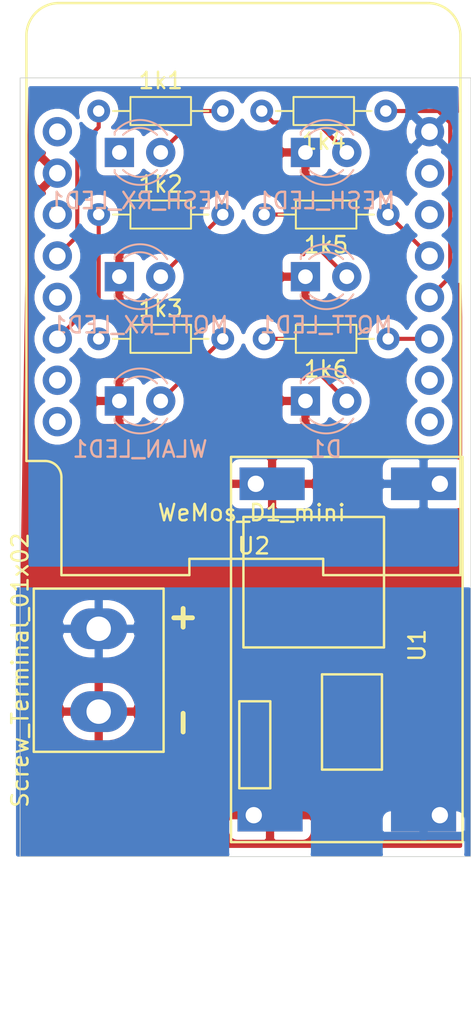
<source format=kicad_pcb>
(kicad_pcb (version 20171130) (host pcbnew 5.1.4)
  (layers (0 F.Cu signal) (31 B.Cu signal) (34 B.Paste user) (35 F.Paste user) (36 B.SilkS user) (37 F.SilkS user) (38 B.Mask user) (39 F.Mask user) (44 Edge.Cuts user))
  (net 0 "")
  (net 1 "Net-(1k1-Pad1)")
  (net 2 "Net-(1k1-Pad2)")
  (net 3 "Net-(1k2-Pad1)")
  (net 4 "Net-(1k2-Pad2)")
  (net 5 "Net-(1k3-Pad1)")
  (net 6 "Net-(1k3-Pad2)")
  (net 7 "Net-(1k4-Pad1)")
  (net 8 "Net-(1k4-Pad2)")
  (net 9 "Net-(1k5-Pad1)")
  (net 10 "Net-(1k5-Pad2)")
  (net 11 "Net-(1k6-Pad1)")
  (net 12 "Net-(1k6-Pad2)")
  (net 13 GND)
  (net 14 "Net-(MESH_RX_LED1-Pad1)")
  (net 15 +3V3)
  (net 16 "Net-(U2-Pad9)")
  (net 17 "Net-(U2-Pad7)")
  (net 18 "Net-(U2-Pad6)")
  (net 19 "Net-(U2-Pad11)")
  (net 20 "Net-(U2-Pad2)")
  (net 21 "Net-(U2-Pad15)")
  (net 22 "Net-(U2-Pad1)")
  (net 23 "Net-(U2-Pad16)")
  (net 24 "Net-(J1-Pad1)")
  (module custom:termina_2pin (layer F.Cu) (at 26.67 87.63 270)
    (fp_text reference J1)
    (fp_text value Screw_Terminal_01x02 (at 0 4.826 270) (layer F.SilkS))
    (fp_line (start 0 -3.9878) (end 5.0038 -3.9878) (layer F.SilkS) (width 0.15))
    (fp_line (start 5.0038 -3.9878) (end 5.0038 3.9878) (layer F.SilkS) (width 0.15))
    (fp_line (start 5.0038 3.9878) (end -5.0038 3.9878) (layer F.SilkS) (width 0.15))
    (fp_line (start -5.0038 3.9878) (end -5.0038 -3.9878) (layer F.SilkS) (width 0.15))
    (fp_line (start -5.0038 -3.9878) (end 0 -3.9878) (layer F.SilkS) (width 0.15))
    (pad 1 thru_hole oval (at -2.54 0 270) (size 2.5 3.5) (drill 1.5) (layers *.Cu *.Mask) (net 24 "Net-(J1-Pad1)"))
    (pad 2 thru_hole oval (at 2.54 0 270) (size 2.5 3.5) (drill 1.5) (layers *.Cu *.Mask) (net 13 GND))
  )
  (module Resistors_THT:R_Axial_DIN0204_L3.6mm_D1.6mm_P7.62mm_Horizontal (layer F.Cu) (at 44.45 67.31 180)
    (fp_text reference 1k6 (at 3.81 -1.86) (layer F.SilkS))
    (fp_text value R)
    (fp_line (start 1.95 -0.86) (end 1.95 0.86) (layer F.SilkS) (width 0.12))
    (fp_line (start 1.95 0.86) (end 5.67 0.86) (layer F.SilkS) (width 0.12))
    (fp_line (start 5.67 0.86) (end 5.67 -0.86) (layer F.SilkS) (width 0.12))
    (fp_line (start 5.67 -0.86) (end 1.95 -0.86) (layer F.SilkS) (width 0.12))
    (fp_line (start 0.88 0) (end 1.95 0) (layer F.SilkS) (width 0.12))
    (fp_line (start 6.74 0) (end 5.67 0) (layer F.SilkS) (width 0.12))
    (pad 1 thru_hole circle (at 0 0 180) (size 1.4 1.4) (drill 0.7) (layers *.Cu *.Mask) (net 11 "Net-(1k6-Pad1)"))
    (pad 2 thru_hole oval (at 7.62 0 180) (size 1.4 1.4) (drill 0.7) (layers *.Cu *.Mask) (net 12 "Net-(1k6-Pad2)"))
  )
  (module Resistors_THT:R_Axial_DIN0204_L3.6mm_D1.6mm_P7.62mm_Horizontal (layer F.Cu) (at 44.45 59.69 180)
    (fp_text reference 1k5 (at 3.81 -1.86) (layer F.SilkS))
    (fp_text value R)
    (fp_line (start 1.95 -0.86) (end 1.95 0.86) (layer F.SilkS) (width 0.12))
    (fp_line (start 1.95 0.86) (end 5.67 0.86) (layer F.SilkS) (width 0.12))
    (fp_line (start 5.67 0.86) (end 5.67 -0.86) (layer F.SilkS) (width 0.12))
    (fp_line (start 5.67 -0.86) (end 1.95 -0.86) (layer F.SilkS) (width 0.12))
    (fp_line (start 0.88 0) (end 1.95 0) (layer F.SilkS) (width 0.12))
    (fp_line (start 6.74 0) (end 5.67 0) (layer F.SilkS) (width 0.12))
    (pad 1 thru_hole circle (at 0 0 180) (size 1.4 1.4) (drill 0.7) (layers *.Cu *.Mask) (net 9 "Net-(1k5-Pad1)"))
    (pad 2 thru_hole oval (at 7.62 0 180) (size 1.4 1.4) (drill 0.7) (layers *.Cu *.Mask) (net 10 "Net-(1k5-Pad2)"))
  )
  (module Resistors_THT:R_Axial_DIN0204_L3.6mm_D1.6mm_P7.62mm_Horizontal (layer F.Cu) (at 44.304 53.34 180)
    (fp_text reference 1k4 (at 3.81 -1.86) (layer F.SilkS))
    (fp_text value R)
    (fp_line (start 1.95 -0.86) (end 1.95 0.86) (layer F.SilkS) (width 0.12))
    (fp_line (start 1.95 0.86) (end 5.67 0.86) (layer F.SilkS) (width 0.12))
    (fp_line (start 5.67 0.86) (end 5.67 -0.86) (layer F.SilkS) (width 0.12))
    (fp_line (start 5.67 -0.86) (end 1.95 -0.86) (layer F.SilkS) (width 0.12))
    (fp_line (start 0.88 0) (end 1.95 0) (layer F.SilkS) (width 0.12))
    (fp_line (start 6.74 0) (end 5.67 0) (layer F.SilkS) (width 0.12))
    (pad 1 thru_hole circle (at 0 0 180) (size 1.4 1.4) (drill 0.7) (layers *.Cu *.Mask) (net 7 "Net-(1k4-Pad1)"))
    (pad 2 thru_hole oval (at 7.62 0 180) (size 1.4 1.4) (drill 0.7) (layers *.Cu *.Mask) (net 8 "Net-(1k4-Pad2)"))
  )
  (module Resistors_THT:R_Axial_DIN0204_L3.6mm_D1.6mm_P7.62mm_Horizontal (layer F.Cu) (at 26.67 67.31)
    (fp_text reference 1k3 (at 3.81 -1.86) (layer F.SilkS))
    (fp_text value R)
    (fp_line (start 1.95 -0.86) (end 1.95 0.86) (layer F.SilkS) (width 0.12))
    (fp_line (start 1.95 0.86) (end 5.67 0.86) (layer F.SilkS) (width 0.12))
    (fp_line (start 5.67 0.86) (end 5.67 -0.86) (layer F.SilkS) (width 0.12))
    (fp_line (start 5.67 -0.86) (end 1.95 -0.86) (layer F.SilkS) (width 0.12))
    (fp_line (start 0.88 0) (end 1.95 0) (layer F.SilkS) (width 0.12))
    (fp_line (start 6.74 0) (end 5.67 0) (layer F.SilkS) (width 0.12))
    (pad 1 thru_hole circle (at 0 0) (size 1.4 1.4) (drill 0.7) (layers *.Cu *.Mask) (net 5 "Net-(1k3-Pad1)"))
    (pad 2 thru_hole oval (at 7.62 0) (size 1.4 1.4) (drill 0.7) (layers *.Cu *.Mask) (net 6 "Net-(1k3-Pad2)"))
  )
  (module Resistors_THT:R_Axial_DIN0204_L3.6mm_D1.6mm_P7.62mm_Horizontal (layer F.Cu) (at 26.67 59.69)
    (fp_text reference 1k2 (at 3.81 -1.86) (layer F.SilkS))
    (fp_text value R)
    (fp_line (start 1.95 -0.86) (end 1.95 0.86) (layer F.SilkS) (width 0.12))
    (fp_line (start 1.95 0.86) (end 5.67 0.86) (layer F.SilkS) (width 0.12))
    (fp_line (start 5.67 0.86) (end 5.67 -0.86) (layer F.SilkS) (width 0.12))
    (fp_line (start 5.67 -0.86) (end 1.95 -0.86) (layer F.SilkS) (width 0.12))
    (fp_line (start 0.88 0) (end 1.95 0) (layer F.SilkS) (width 0.12))
    (fp_line (start 6.74 0) (end 5.67 0) (layer F.SilkS) (width 0.12))
    (pad 1 thru_hole circle (at 0 0) (size 1.4 1.4) (drill 0.7) (layers *.Cu *.Mask) (net 3 "Net-(1k2-Pad1)"))
    (pad 2 thru_hole oval (at 7.62 0) (size 1.4 1.4) (drill 0.7) (layers *.Cu *.Mask) (net 4 "Net-(1k2-Pad2)"))
  )
  (module Resistors_THT:R_Axial_DIN0204_L3.6mm_D1.6mm_P7.62mm_Horizontal (layer F.Cu) (at 26.67 53.34)
    (fp_text reference 1k1 (at 3.81 -1.86) (layer F.SilkS))
    (fp_text value R)
    (fp_line (start 1.95 -0.86) (end 1.95 0.86) (layer F.SilkS) (width 0.12))
    (fp_line (start 1.95 0.86) (end 5.67 0.86) (layer F.SilkS) (width 0.12))
    (fp_line (start 5.67 0.86) (end 5.67 -0.86) (layer F.SilkS) (width 0.12))
    (fp_line (start 5.67 -0.86) (end 1.95 -0.86) (layer F.SilkS) (width 0.12))
    (fp_line (start 0.88 0) (end 1.95 0) (layer F.SilkS) (width 0.12))
    (fp_line (start 6.74 0) (end 5.67 0) (layer F.SilkS) (width 0.12))
    (pad 1 thru_hole circle (at 0 0) (size 1.4 1.4) (drill 0.7) (layers *.Cu *.Mask) (net 1 "Net-(1k1-Pad1)"))
    (pad 2 thru_hole oval (at 7.62 0) (size 1.4 1.4) (drill 0.7) (layers *.Cu *.Mask) (net 2 "Net-(1k1-Pad2)"))
  )
  (module custom:wemos (layer F.Cu) (at 35.56 63.5 90)
    (fp_text reference U2 (at -16.51 0.635) (layer F.SilkS))
    (fp_text value WeMos_D1_mini (at -14.478 0.508) (layer F.SilkS))
    (fp_line (start -11.3 -13.33) (end -11.3 -13.33) (layer F.SilkS) (width 0.15))
    (fp_line (start -11.3 -12.17) (end -11.3 -13.33) (layer F.SilkS) (width 0.15))
    (fp_arc (start -12.3 -12.18) (end -11.3 -12.18) (angle 90) (layer F.SilkS) (width 0.15))
    (fp_line (start -18.3 -11.18) (end -12.3 -11.18) (layer F.SilkS) (width 0.15))
    (fp_arc (start 14.78 11.33) (end 16.78 11.33) (angle 90) (layer F.SilkS) (width 0.15))
    (fp_arc (start 14.78 -11.33) (end 14.78 -13.33) (angle 90) (layer F.SilkS) (width 0.15))
    (fp_line (start -18.3 4.9) (end -18.3 13.329999) (layer F.SilkS) (width 0.15))
    (fp_line (start -17.3 4.9) (end -18.3 4.9) (layer F.SilkS) (width 0.15))
    (fp_line (start -17.3 -3.32) (end -17.3 4.9) (layer F.SilkS) (width 0.15))
    (fp_line (start -18.3 -3.32) (end -17.3 -3.32) (layer F.SilkS) (width 0.15))
    (fp_line (start -18.3 -11.18) (end -18.3 -3.32) (layer F.SilkS) (width 0.15))
    (fp_line (start 14.78 -13.33) (end -11.3 -13.33) (layer F.SilkS) (width 0.15))
    (fp_line (start 16.78 11.33) (end 16.78 -11.33) (layer F.SilkS) (width 0.15))
    (fp_line (start -18.3 13.33) (end 14.78 13.33) (layer F.SilkS) (width 0.15))
    (pad 8 thru_hole circle (at 8.89 11.43 90) (size 1.8 1.8) (drill 1.016) (layers *.Cu *.Mask) (net 15 +3V3))
    (pad 9 thru_hole circle (at 8.89 -11.43 90) (size 1.8 1.8) (drill 1.016) (layers *.Cu *.Mask) (net 16 "Net-(U2-Pad9)"))
    (pad 7 thru_hole circle (at 6.35 11.43 90) (size 1.8 1.8) (drill 1.016) (layers *.Cu *.Mask) (net 17 "Net-(U2-Pad7)"))
    (pad 10 thru_hole circle (at 6.35 -11.43 90) (size 1.8 1.8) (drill 1.016) (layers *.Cu *.Mask) (net 13 GND))
    (pad 6 thru_hole circle (at 3.81 11.43 90) (size 1.8 1.8) (drill 1.016) (layers *.Cu *.Mask) (net 18 "Net-(U2-Pad6)"))
    (pad 11 thru_hole circle (at 3.81 -11.43 90) (size 1.8 1.8) (drill 1.016) (layers *.Cu *.Mask) (net 19 "Net-(U2-Pad11)"))
    (pad 5 thru_hole circle (at 1.27 11.43 90) (size 1.8 1.8) (drill 1.016) (layers *.Cu *.Mask) (net 9 "Net-(1k5-Pad1)"))
    (pad 12 thru_hole circle (at 1.27 -11.43 90) (size 1.8 1.8) (drill 1.016) (layers *.Cu *.Mask) (net 1 "Net-(1k1-Pad1)"))
    (pad 4 thru_hole circle (at -1.27 11.43 90) (size 1.8 1.8) (drill 1.016) (layers *.Cu *.Mask) (net 7 "Net-(1k4-Pad1)"))
    (pad 13 thru_hole circle (at -1.27 -11.43 90) (size 1.8 1.8) (drill 1.016) (layers *.Cu *.Mask) (net 5 "Net-(1k3-Pad1)"))
    (pad 3 thru_hole circle (at -3.81 11.43 90) (size 1.8 1.8) (drill 1.016) (layers *.Cu *.Mask) (net 11 "Net-(1k6-Pad1)"))
    (pad 14 thru_hole circle (at -3.81 -11.43 90) (size 1.8 1.8) (drill 1.016) (layers *.Cu *.Mask) (net 3 "Net-(1k2-Pad1)"))
    (pad 2 thru_hole circle (at -6.35 11.43 90) (size 1.8 1.8) (drill 1.016) (layers *.Cu *.Mask) (net 20 "Net-(U2-Pad2)"))
    (pad 15 thru_hole circle (at -6.35 -11.43 90) (size 1.8 1.8) (drill 1.016) (layers *.Cu *.Mask) (net 21 "Net-(U2-Pad15)"))
    (pad 1 thru_hole circle (at -8.89 11.43 90) (size 1.8 1.8) (drill 1.016) (layers *.Cu *.Mask) (net 22 "Net-(U2-Pad1)"))
    (pad 16 thru_hole circle (at -8.89 -11.43 90) (size 1.8 1.8) (drill 1.016) (layers *.Cu *.Mask) (net 23 "Net-(U2-Pad16)"))
  )
  (module custom:stepdown (layer F.Cu) (at 41.91 86.36 90)
    (fp_text reference U1 (at 0.254 4.318 90) (layer F.SilkS))
    (fp_text value stepdown-wasserschaden-cache-2018-10-17-20-35-24)
    (fp_line (start -11.811 -7.112) (end 11.811 -7.112) (layer F.SilkS) (width 0.15))
    (fp_line (start 11.811 -7.112) (end 11.811 7.112) (layer F.SilkS) (width 0.15))
    (fp_line (start 11.811 7.112) (end -11.811 7.112) (layer F.SilkS) (width 0.15))
    (fp_line (start -11.811 7.112) (end -11.811 -7.112) (layer F.SilkS) (width 0.15))
    (fp_line (start 8.128 2.286) (end 8.128 -6.35) (layer F.SilkS) (width 0.15))
    (fp_line (start 8.128 -6.35) (end 0.127 -6.35) (layer F.SilkS) (width 0.15))
    (fp_line (start 0.127 -6.35) (end 0.127 2.286) (layer F.SilkS) (width 0.15))
    (fp_line (start 0.127 2.286) (end 8.128 2.286) (layer F.SilkS) (width 0.15))
    (fp_line (start -8.509 -6.604) (end -3.175 -6.604) (layer F.SilkS) (width 0.15))
    (fp_line (start -3.175 -6.604) (end -3.175 -4.699) (layer F.SilkS) (width 0.15))
    (fp_line (start -3.175 -4.699) (end -8.509 -4.699) (layer F.SilkS) (width 0.15))
    (fp_line (start -8.509 -4.699) (end -8.509 -6.604) (layer F.SilkS) (width 0.15))
    (fp_line (start -1.524 2.159) (end -7.366 2.159) (layer F.SilkS) (width 0.15))
    (fp_line (start -7.366 2.159) (end -7.366 -1.524) (layer F.SilkS) (width 0.15))
    (fp_line (start -7.366 -1.524) (end -1.524 -1.524) (layer F.SilkS) (width 0.15))
    (fp_line (start -1.524 -1.524) (end -1.524 2.159) (layer F.SilkS) (width 0.15))
    (pad 1 thru_hole rect (at -10.16 -5.715 90) (size 2 4) (drill 1 (offset 0 1)) (layers *.Cu *.Mask) (net 13 GND))
    (pad 3 thru_hole rect (at -10.16 5.715 90) (size 2 4) (drill 1 (offset 0 -1)) (layers *.Cu *.Mask) (net 24 "Net-(J1-Pad1)"))
    (pad 2 thru_hole rect (at 10.16 -5.588 90) (size 2 4) (drill 1 (offset 0 1)) (layers *.Cu *.Mask) (net 13 GND))
    (pad 4 thru_hole rect (at 10.16 5.715 90) (size 2 4) (drill 1 (offset 0 -1)) (layers *.Cu *.Mask) (net 15 +3V3))
  )
  (module LEDs:LED_D3.0mm (layer B.Cu) (at 27.94 71.12)
    (fp_text reference WLAN_LED1 (at 1.27 2.96) (layer B.SilkS) (effects (justify mirror)))
    (fp_text value LED)
    (fp_arc (start 1.27 0) (end -0.29 1.235516) (angle -108.8) (layer B.SilkS) (width 0.12))
    (fp_arc (start 1.27 0) (end -0.29 -1.235516) (angle 108.8) (layer B.SilkS) (width 0.12))
    (fp_arc (start 1.27 0) (end 0.229039 1.08) (angle -87.9) (layer B.SilkS) (width 0.12))
    (fp_arc (start 1.27 0) (end 0.229039 -1.08) (angle 87.9) (layer B.SilkS) (width 0.12))
    (fp_line (start -0.29 1.236) (end -0.29 1.08) (layer B.SilkS) (width 0.12))
    (fp_line (start -0.29 -1.08) (end -0.29 -1.236) (layer B.SilkS) (width 0.12))
    (pad 1 thru_hole rect (at 0 0) (size 1.8 1.8) (drill 0.9) (layers *.Cu *.Mask) (net 13 GND))
    (pad 2 thru_hole circle (at 2.54 0) (size 1.8 1.8) (drill 0.9) (layers *.Cu *.Mask) (net 6 "Net-(1k3-Pad2)"))
  )
  (module LEDs:LED_D3.0mm (layer B.Cu) (at 27.94 63.5)
    (fp_text reference MQTT_RX_LED1 (at 1.27 2.96) (layer B.SilkS) (effects (justify mirror)))
    (fp_text value LED)
    (fp_arc (start 1.27 0) (end -0.29 1.235516) (angle -108.8) (layer B.SilkS) (width 0.12))
    (fp_arc (start 1.27 0) (end -0.29 -1.235516) (angle 108.8) (layer B.SilkS) (width 0.12))
    (fp_arc (start 1.27 0) (end 0.229039 1.08) (angle -87.9) (layer B.SilkS) (width 0.12))
    (fp_arc (start 1.27 0) (end 0.229039 -1.08) (angle 87.9) (layer B.SilkS) (width 0.12))
    (fp_line (start -0.29 1.236) (end -0.29 1.08) (layer B.SilkS) (width 0.12))
    (fp_line (start -0.29 -1.08) (end -0.29 -1.236) (layer B.SilkS) (width 0.12))
    (pad 1 thru_hole rect (at 0 0) (size 1.8 1.8) (drill 0.9) (layers *.Cu *.Mask) (net 13 GND))
    (pad 2 thru_hole circle (at 2.54 0) (size 1.8 1.8) (drill 0.9) (layers *.Cu *.Mask) (net 4 "Net-(1k2-Pad2)"))
  )
  (module LEDs:LED_D3.0mm (layer B.Cu) (at 39.37 63.5)
    (fp_text reference MQTT_LED1 (at 1.27 2.96) (layer B.SilkS) (effects (justify mirror)))
    (fp_text value LED)
    (fp_arc (start 1.27 0) (end -0.29 1.235516) (angle -108.8) (layer B.SilkS) (width 0.12))
    (fp_arc (start 1.27 0) (end -0.29 -1.235516) (angle 108.8) (layer B.SilkS) (width 0.12))
    (fp_arc (start 1.27 0) (end 0.229039 1.08) (angle -87.9) (layer B.SilkS) (width 0.12))
    (fp_arc (start 1.27 0) (end 0.229039 -1.08) (angle 87.9) (layer B.SilkS) (width 0.12))
    (fp_line (start -0.29 1.236) (end -0.29 1.08) (layer B.SilkS) (width 0.12))
    (fp_line (start -0.29 -1.08) (end -0.29 -1.236) (layer B.SilkS) (width 0.12))
    (pad 1 thru_hole rect (at 0 0) (size 1.8 1.8) (drill 0.9) (layers *.Cu *.Mask) (net 13 GND))
    (pad 2 thru_hole circle (at 2.54 0) (size 1.8 1.8) (drill 0.9) (layers *.Cu *.Mask) (net 10 "Net-(1k5-Pad2)"))
  )
  (module LEDs:LED_D3.0mm (layer B.Cu) (at 27.94 55.88)
    (fp_text reference MESH_RX_LED1 (at 1.27 2.96) (layer B.SilkS) (effects (justify mirror)))
    (fp_text value LED)
    (fp_arc (start 1.27 0) (end -0.29 1.235516) (angle -108.8) (layer B.SilkS) (width 0.12))
    (fp_arc (start 1.27 0) (end -0.29 -1.235516) (angle 108.8) (layer B.SilkS) (width 0.12))
    (fp_arc (start 1.27 0) (end 0.229039 1.08) (angle -87.9) (layer B.SilkS) (width 0.12))
    (fp_arc (start 1.27 0) (end 0.229039 -1.08) (angle 87.9) (layer B.SilkS) (width 0.12))
    (fp_line (start -0.29 1.236) (end -0.29 1.08) (layer B.SilkS) (width 0.12))
    (fp_line (start -0.29 -1.08) (end -0.29 -1.236) (layer B.SilkS) (width 0.12))
    (pad 1 thru_hole rect (at 0 0) (size 1.8 1.8) (drill 0.9) (layers *.Cu *.Mask) (net 14 "Net-(MESH_RX_LED1-Pad1)"))
    (pad 2 thru_hole circle (at 2.54 0) (size 1.8 1.8) (drill 0.9) (layers *.Cu *.Mask) (net 2 "Net-(1k1-Pad2)"))
  )
  (module LEDs:LED_D3.0mm (layer B.Cu) (at 39.37 55.88)
    (fp_text reference MESH_LED1 (at 1.27 2.96) (layer B.SilkS) (effects (justify mirror)))
    (fp_text value LED)
    (fp_arc (start 1.27 0) (end -0.29 1.235516) (angle -108.8) (layer B.SilkS) (width 0.12))
    (fp_arc (start 1.27 0) (end -0.29 -1.235516) (angle 108.8) (layer B.SilkS) (width 0.12))
    (fp_arc (start 1.27 0) (end 0.229039 1.08) (angle -87.9) (layer B.SilkS) (width 0.12))
    (fp_arc (start 1.27 0) (end 0.229039 -1.08) (angle 87.9) (layer B.SilkS) (width 0.12))
    (fp_line (start -0.29 1.236) (end -0.29 1.08) (layer B.SilkS) (width 0.12))
    (fp_line (start -0.29 -1.08) (end -0.29 -1.236) (layer B.SilkS) (width 0.12))
    (pad 1 thru_hole rect (at 0 0) (size 1.8 1.8) (drill 0.9) (layers *.Cu *.Mask) (net 13 GND))
    (pad 2 thru_hole circle (at 2.54 0) (size 1.8 1.8) (drill 0.9) (layers *.Cu *.Mask) (net 8 "Net-(1k4-Pad2)"))
  )
  (module LEDs:LED_D3.0mm (layer B.Cu) (at 39.37 71.12)
    (fp_text reference D1 (at 1.27 2.96 180) (layer B.SilkS) (effects (justify mirror)))
    (fp_text value POWER_LED)
    (fp_arc (start 1.27 0) (end -0.29 1.235516) (angle -108.8) (layer B.SilkS) (width 0.12))
    (fp_arc (start 1.27 0) (end -0.29 -1.235516) (angle 108.8) (layer B.SilkS) (width 0.12))
    (fp_arc (start 1.27 0) (end 0.229039 1.08) (angle -87.9) (layer B.SilkS) (width 0.12))
    (fp_arc (start 1.27 0) (end 0.229039 -1.08) (angle 87.9) (layer B.SilkS) (width 0.12))
    (fp_line (start -0.29 1.236) (end -0.29 1.08) (layer B.SilkS) (width 0.12))
    (fp_line (start -0.29 -1.08) (end -0.29 -1.236) (layer B.SilkS) (width 0.12))
    (pad 1 thru_hole rect (at 0 0) (size 1.8 1.8) (drill 0.9) (layers *.Cu *.Mask) (net 13 GND))
    (pad 2 thru_hole circle (at 2.54 0) (size 1.8 1.8) (drill 0.9) (layers *.Cu *.Mask) (net 12 "Net-(1k6-Pad2)"))
  )
  (gr_line (start 49.53 51.308) (end 21.844 51.308) (layer Edge.Cuts) (width 0.05))
  (gr_line (start 49.53 99.06) (end 49.53 51.308) (layer Edge.Cuts) (width 0.05))
  (gr_line (start 21.844 99.06) (end 49.53 99.06) (layer Edge.Cuts) (width 0.05))
  (gr_line (start 21.844 51.308) (end 21.844 99.06) (layer Edge.Cuts) (width 0.05))
  (gr_text "+    -" (at 31.75 87.63 90) (layer F.SilkS) (effects (font (size 1.5 1.5) (thickness 0.3)) (justify mirror)))
  (segment (start 25.4 60.96) (end 25.029999 61.330001) (width 0.25) (layer F.Cu) (net 1))
  (segment (start 25.355001 61.004999) (end 25.029999 61.330001) (width 0.25) (layer F.Cu) (net 1))
  (segment (start 25.029999 61.330001) (end 24.13 62.23) (width 0.25) (layer F.Cu) (net 1))
  (segment (start 25.355001 55.644948) (end 25.355001 61.004999) (width 0.25) (layer F.Cu) (net 1))
  (segment (start 26.67 54.329949) (end 25.355001 55.644948) (width 0.25) (layer F.Cu) (net 1))
  (segment (start 26.67 53.34) (end 26.67 54.329949) (width 0.25) (layer F.Cu) (net 1))
  (segment (start 33.02 53.34) (end 34.29 53.34) (width 0.25) (layer F.Cu) (net 2))
  (segment (start 30.48 55.88) (end 33.02 53.34) (width 0.25) (layer F.Cu) (net 2))
  (segment (start 26.67 64.77) (end 24.13 67.31) (width 0.25) (layer F.Cu) (net 3))
  (segment (start 26.67 59.69) (end 26.67 64.77) (width 0.25) (layer F.Cu) (net 3))
  (segment (start 30.48 63.5) (end 34.29 59.69) (width 0.25) (layer F.Cu) (net 4))
  (segment (start 30.48 71.12) (end 34.29 67.31) (width 0.25) (layer F.Cu) (net 6))
  (segment (start 45.293949 53.34) (end 44.304 53.34) (width 0.25) (layer F.Cu) (net 7))
  (segment (start 48.26 63.5) (end 48.26 54.066998) (width 0.25) (layer F.Cu) (net 7))
  (segment (start 47.533002 53.34) (end 45.293949 53.34) (width 0.25) (layer F.Cu) (net 7))
  (segment (start 48.26 54.066998) (end 47.533002 53.34) (width 0.25) (layer F.Cu) (net 7))
  (segment (start 46.99 64.77) (end 48.26 63.5) (width 0.25) (layer F.Cu) (net 7))
  (segment (start 41.010001 54.980001) (end 41.91 55.88) (width 0.25) (layer F.Cu) (net 8))
  (segment (start 37.383999 54.039999) (end 40.069999 54.039999) (width 0.25) (layer F.Cu) (net 8))
  (segment (start 40.069999 54.039999) (end 41.010001 54.980001) (width 0.25) (layer F.Cu) (net 8))
  (segment (start 36.684 53.34) (end 37.383999 54.039999) (width 0.25) (layer F.Cu) (net 8))
  (segment (start 44.45 59.69) (end 46.99 62.23) (width 0.25) (layer F.Cu) (net 9))
  (segment (start 38.1 59.69) (end 41.91 63.5) (width 0.25) (layer F.Cu) (net 10))
  (segment (start 36.83 59.69) (end 38.1 59.69) (width 0.25) (layer F.Cu) (net 10))
  (segment (start 44.45 67.31) (end 46.99 67.31) (width 0.25) (layer F.Cu) (net 11))
  (segment (start 38.1 67.31) (end 36.83 67.31) (width 0.25) (layer F.Cu) (net 12))
  (segment (start 41.91 71.12) (end 38.1 67.31) (width 0.25) (layer F.Cu) (net 12))
  (zone (net 15) (net_name +3V3) (layer B.Cu) (connect_pads (clearance 0.508)) (min_thickness 0.254) (fill yes (arc_segments 32) (thermal_gap 0.508) (thermal_bridge_width 0.508))
    (polygon (pts (xy 22.352 51.816) (xy 48.768 51.816) (xy 48.768 81.28) (xy 22.352 81.28)))
  )
  (zone (net 13) (net_name GND) (layer F.Cu) (connect_pads (clearance 0.508)) (min_thickness 0.254) (fill yes (arc_segments 32) (thermal_gap 0.508) (thermal_bridge_width 0.508))
    (polygon (pts (xy 22.352 51.816) (xy 48.768 51.816) (xy 49.53 99.06) (xy 21.59 99.06)))
  )
  (zone (net 24) (net_name "Net-(J1-Pad1)") (layer B.Cu) (connect_pads (clearance 0.508)) (min_thickness 0.254) (fill yes (arc_segments 32) (thermal_gap 0.508) (thermal_bridge_width 0.508))
    (polygon (pts (xy 21.59 82.55) (xy 49.53 82.55) (xy 49.53 99.06) (xy 21.59 99.06)))
  )
)
</source>
